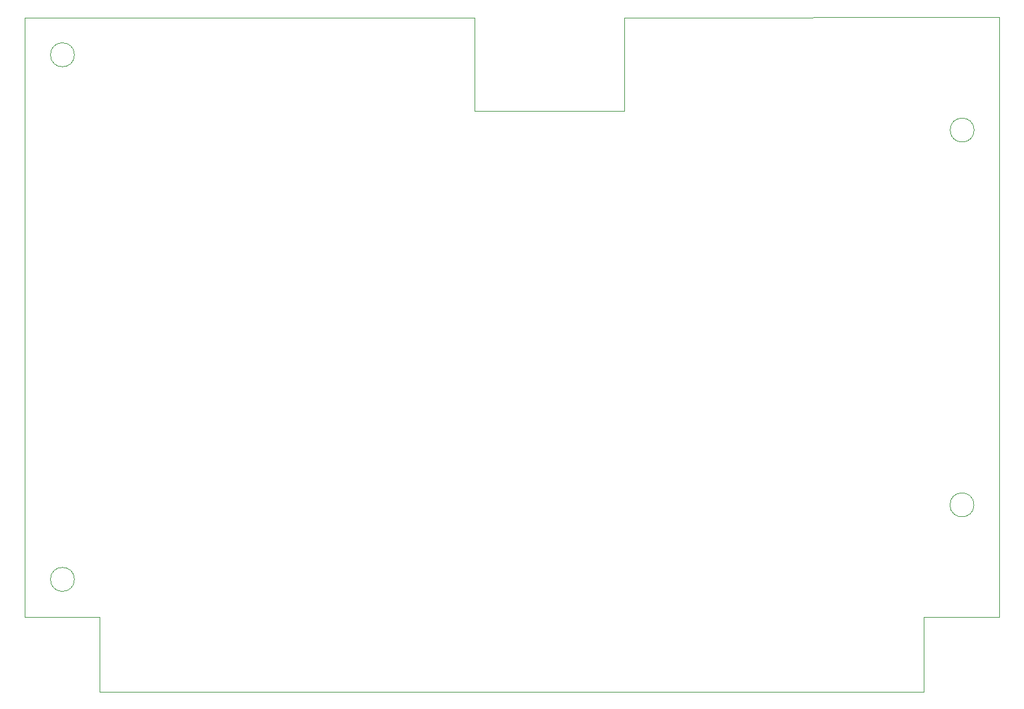
<source format=gbr>
%TF.GenerationSoftware,KiCad,Pcbnew,(6.0.10)*%
%TF.CreationDate,2023-02-14T14:37:58+00:00*%
%TF.ProjectId,Coverboard,436f7665-7262-46f6-9172-642e6b696361,rev?*%
%TF.SameCoordinates,Original*%
%TF.FileFunction,Profile,NP*%
%FSLAX46Y46*%
G04 Gerber Fmt 4.6, Leading zero omitted, Abs format (unit mm)*
G04 Created by KiCad (PCBNEW (6.0.10)) date 2023-02-14 14:37:58*
%MOMM*%
%LPD*%
G01*
G04 APERTURE LIST*
%TA.AperFunction,Profile*%
%ADD10C,0.100000*%
%TD*%
G04 APERTURE END LIST*
D10*
X212100000Y-133810000D02*
X202100000Y-133820000D01*
X202090000Y-143820000D01*
X92100000Y-143810000D01*
X92100000Y-133820000D01*
X82100000Y-133820000D01*
X82090000Y-53800000D01*
X142080000Y-53810000D01*
X142100000Y-66300000D01*
X162070000Y-66310000D01*
X162090000Y-53800000D01*
X212110000Y-53790000D01*
X212100000Y-133810000D01*
X208760000Y-118870000D02*
G75*
G03*
X208760000Y-118870000I-1600000J0D01*
G01*
X88720000Y-58780000D02*
G75*
G03*
X88720000Y-58780000I-1600000J0D01*
G01*
X208780000Y-68830000D02*
G75*
G03*
X208780000Y-68830000I-1600000J0D01*
G01*
X88720000Y-128820000D02*
G75*
G03*
X88720000Y-128820000I-1600000J0D01*
G01*
M02*

</source>
